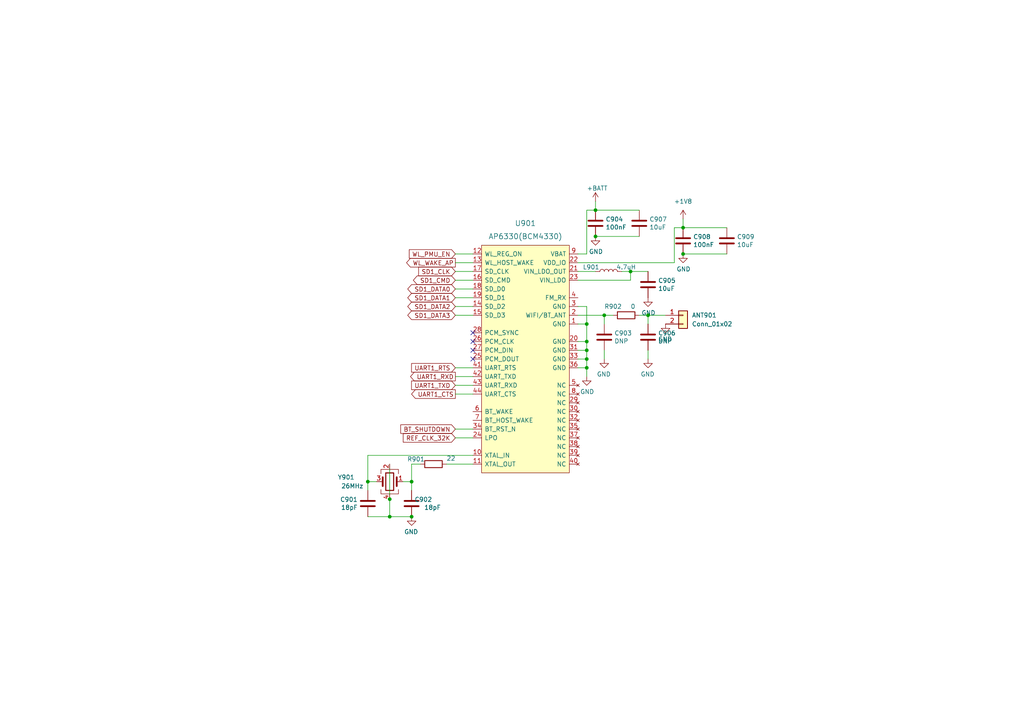
<source format=kicad_sch>
(kicad_sch (version 20230121) (generator eeschema)
  (paper "A4")
  (title_block (title "Sharket") (date "2022-09-21") (rev "0.0") (comment 2 "MERCHANTABILITY, SATISFACTORY QUALITY AND FITNESS FOR A PARTICULAR PURPOSE.") (comment 3 "This source is distributed WITHOUT ANY EXPRESS OR IMPLIED WARRANTY, INCLUDING OF") (comment 4 "This source describes Open Hardware and is licensed under the CERN-OHL-P v2."))
  (lib_symbols
    (symbol "Connector_Generic:Conn_01x02" (pin_names (offset 1.016) hide)
      (property "Reference" "J" (at 0 2.54 0))
      (property "Value" "Conn_01x02" (at 0 -5.08 0))
      (symbol "Conn_01x02_1_1"
        (rectangle (start -1.27 -2.413) (end 0 -2.667) (stroke (width 0.1524)))
        (rectangle (start -1.27 0.127) (end 0 -0.127) (stroke (width 0.1524)))
        (rectangle (start -1.27 1.27) (end 1.27 -3.81) (stroke (width 0.254)) (fill (type background)))
        (pin passive line (at -5.08 0 0) (length 3.81) (name "Pin_1") (number "1"))
        (pin passive line (at -5.08 -2.54 0) (length 3.81) (name "Pin_2") (number "2"))
      )
    )
    (symbol "Device:C" (pin_numbers hide) (pin_names (offset 0.254))
      (property "Reference" "C" (at 0.635 2.54 0))
      (property "Value" "C" (at 0.635 -2.54 0))
      (symbol "C_0_1"
        (polyline (pts (xy -2.032 -0.762) (xy 2.032 -0.762)) (stroke (width 0.508)))
        (polyline (pts (xy -2.032 0.762) (xy 2.032 0.762)) (stroke (width 0.508)))
      )
      (symbol "C_1_1"
        (pin passive line (at 0 3.81 270) (length 2.794) (name "~") (number "1"))
        (pin passive line (at 0 -3.81 90) (length 2.794) (name "~") (number "2"))
      )
    )
    (symbol "Device:Crystal_GND24" (pin_names (offset 1.016) hide)
      (property "Reference" "Y" (at 3.175 5.08 0))
      (property "Value" "Crystal_GND24" (at 3.175 3.175 0))
      (symbol "Crystal_GND24_0_1"
        (rectangle (start -1.143 2.54) (end 1.143 -2.54) (stroke (width 0.3048)))
        (polyline (pts (xy -2.54 0) (xy -2.032 0)))
        (polyline (pts (xy -2.032 -1.27) (xy -2.032 1.27)) (stroke (width 0.508)))
        (polyline (pts (xy 0 -3.81) (xy 0 -3.556)))
        (polyline (pts (xy 0 3.556) (xy 0 3.81)))
        (polyline (pts (xy 2.032 -1.27) (xy 2.032 1.27)) (stroke (width 0.508)))
        (polyline (pts (xy 2.032 0) (xy 2.54 0)))
        (polyline (pts (xy -2.54 -2.286) (xy -2.54 -3.556) (xy 2.54 -3.556) (xy 2.54 -2.286)))
        (polyline (pts (xy -2.54 2.286) (xy -2.54 3.556) (xy 2.54 3.556) (xy 2.54 2.286)))
      )
      (symbol "Crystal_GND24_1_1"
        (pin passive line (at -3.81 0 0) (length 1.27) (name "1") (number "1"))
        (pin passive line (at 0 5.08 270) (length 1.27) (name "2") (number "2"))
        (pin passive line (at 3.81 0 180) (length 1.27) (name "3") (number "3"))
        (pin passive line (at 0 -5.08 90) (length 1.27) (name "4") (number "4"))
      )
    )
    (symbol "Device:L" (pin_numbers hide) (pin_names (offset 1.016) hide)
      (property "Reference" "L" (at -1.27 0 90))
      (property "Value" "L" (at 1.905 0 90))
      (symbol "L_0_1"
        (arc (start 0 -2.54) (mid 0.6323 -1.905) (end 0 -1.27))
        (arc (start 0 -1.27) (mid 0.6323 -0.635) (end 0 0))
        (arc (start 0 0) (mid 0.6323 0.635) (end 0 1.27))
        (arc (start 0 1.27) (mid 0.6323 1.905) (end 0 2.54))
      )
      (symbol "L_1_1"
        (pin passive line (at 0 3.81 270) (length 1.27) (name "1") (number "1"))
        (pin passive line (at 0 -3.81 90) (length 1.27) (name "2") (number "2"))
      )
    )
    (symbol "Device:R" (pin_numbers hide) (pin_names (offset 0))
      (property "Reference" "R" (at 2.032 0 90))
      (property "Value" "R" (at 0 0 90))
      (symbol "R_0_1"
        (rectangle (start -1.016 -2.54) (end 1.016 2.54) (stroke (width 0.254)))
      )
      (symbol "R_1_1"
        (pin passive line (at 0 3.81 270) (length 1.27) (name "~") (number "1"))
        (pin passive line (at 0 -3.81 90) (length 1.27) (name "~") (number "2"))
      )
    )
    (symbol "power:+1V8" (power) (pin_names (offset 0))
      (property "Value" "+1V8" (at 0 3.556 0))
      (symbol "+1V8_0_1"
        (polyline (pts (xy -0.762 1.27) (xy 0 2.54)))
        (polyline (pts (xy 0 0) (xy 0 2.54)))
        (polyline (pts (xy 0 2.54) (xy 0.762 1.27)))
      )
      (symbol "+1V8_1_1"
        (pin power_in line (at 0 0 90) (length 0) hide (name "+1V8") (number "1"))
      )
    )
    (symbol "power:+BATT" (power) (pin_names (offset 0))
      (property "Value" "+BATT" (at 0 3.556 0))
      (symbol "+BATT_0_1"
        (polyline (pts (xy -0.762 1.27) (xy 0 2.54)))
        (polyline (pts (xy 0 0) (xy 0 2.54)))
        (polyline (pts (xy 0 2.54) (xy 0.762 1.27)))
      )
      (symbol "+BATT_1_1"
        (pin power_in line (at 0 0 90) (length 0) hide (name "+BATT") (number "1"))
      )
    )
    (symbol "power:GND" (power) (pin_names (offset 0))
      (property "Value" "GND" (at 0 -3.81 0))
      (symbol "GND_0_1"
        (polyline (pts (xy 0 0) (xy 0 -1.27) (xy 1.27 -1.27) (xy 0 -2.54) (xy -1.27 -1.27) (xy 0 -1.27)))
      )
      (symbol "GND_1_1"
        (pin power_in line (at 0 0 270) (length 0) hide (name "GND") (number "1"))
      )
    )
    (symbol "symbols:AP6330(BCM4330)" (pin_names (offset 0.889))
      (property "Reference" "U" (at -10.16 34.925 0))
      (property "Value" "AP6330(BCM4330)" (at 0 -34.925 0))
      (symbol "AP6330(BCM4330)_0_1"
        (rectangle (start 12.7 33.02) (end -12.7 -33.02) (fill (type background)))
      )
      (symbol "AP6330(BCM4330)_1_1"
        (pin power_in line (at 15.24 10.16 180) (length 2.4892) (name "GND") (number "1"))
        (pin input line (at -15.24 -27.94 0) (length 2.4892) (name "XTAL_IN") (number "10"))
        (pin output line (at -15.24 -30.48 0) (length 2.4892) (name "XTAL_OUT") (number "11"))
        (pin input line (at -15.24 30.48 0) (length 2.4892) (name "WL_REG_ON") (number "12"))
        (pin output line (at -15.24 27.94 0) (length 2.4892) (name "WL_HOST_WAKE") (number "13"))
        (pin bidirectional line (at -15.24 15.24 0) (length 2.4892) (name "SD_D2") (number "14"))
        (pin bidirectional line (at -15.24 12.7 0) (length 2.4892) (name "SD_D3") (number "15"))
        (pin bidirectional line (at -15.24 22.86 0) (length 2.4892) (name "SD_CMD") (number "16"))
        (pin input line (at -15.24 25.4 0) (length 2.4892) (name "SD_CLK") (number "17"))
        (pin bidirectional line (at -15.24 20.32 0) (length 2.4892) (name "SD_D0") (number "18"))
        (pin bidirectional line (at -15.24 17.78 0) (length 2.4892) (name "SD_D1") (number "19"))
        (pin bidirectional line (at 15.24 12.7 180) (length 2.4892) (name "WIFI/BT_ANT") (number "2"))
        (pin power_in line (at 15.24 5.08 180) (length 2.4892) (name "GND") (number "20"))
        (pin power_out line (at 15.24 25.4 180) (length 2.4892) (name "VIN_LDO_OUT") (number "21"))
        (pin power_in line (at 15.24 27.94 180) (length 2.4892) (name "VDD_IO") (number "22"))
        (pin power_in line (at 15.24 22.86 180) (length 2.4892) (name "VIN_LDO") (number "23"))
        (pin bidirectional line (at -15.24 -22.86 0) (length 2.4892) (name "LPO") (number "24"))
        (pin output line (at -15.24 0 0) (length 2.4892) (name "PCM_DOUT") (number "25"))
        (pin input line (at -15.24 5.08 0) (length 2.4892) (name "PCM_CLK") (number "26"))
        (pin input line (at -15.24 2.54 0) (length 2.4892) (name "PCM_DIN") (number "27"))
        (pin input line (at -15.24 7.62 0) (length 2.4892) (name "PCM_SYNC") (number "28"))
        (pin no_connect line (at 15.24 -12.7 180) (length 2.4892) (name "NC") (number "29"))
        (pin power_in line (at 15.24 15.24 180) (length 2.4892) (name "GND") (number "3"))
        (pin no_connect line (at 15.24 -15.24 180) (length 2.4892) (name "NC") (number "30"))
        (pin power_in line (at 15.24 2.54 180) (length 2.4892) (name "GND") (number "31"))
        (pin no_connect line (at 15.24 -17.78 180) (length 2.4892) (name "NC") (number "32"))
        (pin power_in line (at 15.24 0 180) (length 2.4892) (name "GND") (number "33"))
        (pin input line (at -15.24 -20.32 0) (length 2.4892) (name "BT_RST_N") (number "34"))
        (pin no_connect line (at 15.24 -20.32 180) (length 2.4892) (name "NC") (number "35"))
        (pin power_in line (at 15.24 -2.54 180) (length 2.4892) (name "GND") (number "36"))
        (pin no_connect line (at 15.24 -22.86 180) (length 2.4892) (name "NC") (number "37"))
        (pin no_connect line (at 15.24 -25.4 180) (length 2.4892) (name "NC") (number "38"))
        (pin no_connect line (at 15.24 -27.94 180) (length 2.4892) (name "NC") (number "39"))
        (pin input line (at 15.24 17.78 180) (length 2.4892) (name "FM_RX") (number "4"))
        (pin no_connect line (at 15.24 -30.48 180) (length 2.4892) (name "NC") (number "40"))
        (pin output line (at -15.24 -2.54 0) (length 2.4892) (name "UART_RTS") (number "41"))
        (pin output line (at -15.24 -5.08 0) (length 2.4892) (name "UART_TXD") (number "42"))
        (pin input line (at -15.24 -7.62 0) (length 2.4892) (name "UART_RXD") (number "43"))
        (pin input line (at -15.24 -10.16 0) (length 2.4892) (name "UART_CTS") (number "44"))
        (pin no_connect line (at 15.24 -7.62 180) (length 2.4892) (name "NC") (number "5"))
        (pin input line (at -15.24 -15.24 0) (length 2.4892) (name "BT_WAKE") (number "6"))
        (pin output line (at -15.24 -17.78 0) (length 2.4892) (name "BT_HOST_WAKE") (number "7"))
        (pin no_connect line (at 15.24 -10.16 180) (length 2.4892) (name "NC") (number "8"))
        (pin power_in line (at 15.24 30.48 180) (length 2.4892) (name "VBAT") (number "9"))
      )
    )
  )
  (junction (at 182.88 78.74))
  (junction (at 172.72 60.96))
  (junction (at 170.18 99.06))
  (junction (at 113.03 144.78) (diameter 0.9144))
  (junction (at 170.18 101.6) (diameter 0.9144))
  (junction (at 198.12 73.66))
  (junction (at 170.18 106.68) (diameter 0.9144))
  (junction (at 170.18 93.98))
  (junction (at 113.03 149.86) (diameter 0.9144))
  (junction (at 170.18 104.14) (diameter 0.9144))
  (junction (at 119.38 139.7) (diameter 0.9144))
  (junction (at 119.38 149.86) (diameter 0.9144))
  (junction (at 175.26 91.44) (diameter 0.9144))
  (junction (at 187.96 91.44))
  (junction (at 106.68 139.7))
  (junction (at 198.12 66.04))
  (junction (at 172.72 68.58))
  (no_connect (at 137.16 99.06))
  (no_connect (at 137.16 104.14))
  (no_connect (at 137.16 96.52))
  (no_connect (at 137.16 101.6))
  (wire (pts (xy 185.42 91.44) (xy 187.96 91.44)))
  (wire (pts (xy 182.88 78.74) (xy 187.96 78.74)))
  (wire (pts (xy 170.18 88.9) (xy 170.18 93.98)))
  (wire (pts (xy 106.68 132.08) (xy 106.68 139.7)))
  (wire (pts (xy 106.68 149.86) (xy 113.03 149.86)))
  (wire (pts (xy 167.64 93.98) (xy 170.18 93.98)))
  (wire (pts (xy 119.38 134.62) (xy 121.92 134.62)))
  (wire (pts (xy 185.42 68.58) (xy 172.72 68.58)))
  (wire (pts (xy 106.68 139.7) (xy 109.22 139.7)))
  (wire (pts (xy 167.64 78.74) (xy 172.72 78.74)))
  (wire (pts (xy 132.08 73.66) (xy 137.16 73.66)))
  (wire (pts (xy 195.58 66.04) (xy 198.12 66.04)))
  (wire (pts (xy 170.18 101.6) (xy 170.18 104.14)))
  (wire (pts (xy 172.72 60.96) (xy 185.42 60.96)))
  (wire (pts (xy 170.18 106.68) (xy 170.18 109.22)))
  (wire (pts (xy 132.08 109.22) (xy 137.16 109.22)))
  (wire (pts (xy 167.64 104.14) (xy 170.18 104.14)))
  (wire (pts (xy 132.08 91.44) (xy 137.16 91.44)))
  (wire (pts (xy 195.58 76.2) (xy 195.58 66.04)))
  (wire (pts (xy 175.26 93.98) (xy 175.26 91.44)))
  (wire (pts (xy 167.64 99.06) (xy 170.18 99.06)))
  (wire (pts (xy 113.03 144.78) (xy 113.03 149.86)))
  (wire (pts (xy 172.72 58.42) (xy 172.72 60.96)))
  (wire (pts (xy 132.08 76.2) (xy 137.16 76.2)))
  (wire (pts (xy 132.08 81.28) (xy 137.16 81.28)))
  (wire (pts (xy 170.18 99.06) (xy 170.18 101.6)))
  (wire (pts (xy 132.08 86.36) (xy 137.16 86.36)))
  (wire (pts (xy 198.12 63.5) (xy 198.12 66.04)))
  (wire (pts (xy 106.68 132.08) (xy 137.16 132.08)))
  (wire (pts (xy 170.18 60.96) (xy 172.72 60.96)))
  (wire (pts (xy 182.88 78.74) (xy 182.88 81.28)))
  (wire (pts (xy 132.08 111.76) (xy 137.16 111.76)))
  (wire (pts (xy 210.82 73.66) (xy 198.12 73.66)))
  (wire (pts (xy 113.03 149.86) (xy 119.38 149.86)))
  (wire (pts (xy 170.18 60.96) (xy 170.18 73.66)))
  (wire (pts (xy 167.64 73.66) (xy 170.18 73.66)))
  (wire (pts (xy 193.04 91.44) (xy 187.96 91.44)))
  (wire (pts (xy 167.64 88.9) (xy 170.18 88.9)))
  (wire (pts (xy 167.64 106.68) (xy 170.18 106.68)))
  (wire (pts (xy 170.18 104.14) (xy 170.18 106.68)))
  (wire (pts (xy 167.64 101.6) (xy 170.18 101.6)))
  (wire (pts (xy 116.84 139.7) (xy 119.38 139.7)))
  (wire (pts (xy 132.08 127) (xy 137.16 127)))
  (wire (pts (xy 167.64 91.44) (xy 175.26 91.44)))
  (wire (pts (xy 119.38 139.7) (xy 119.38 134.62)))
  (wire (pts (xy 198.12 66.04) (xy 210.82 66.04)))
  (wire (pts (xy 132.08 83.82) (xy 137.16 83.82)))
  (wire (pts (xy 180.34 78.74) (xy 182.88 78.74)))
  (wire (pts (xy 129.54 134.62) (xy 137.16 134.62)))
  (wire (pts (xy 175.26 91.44) (xy 177.8 91.44)))
  (wire (pts (xy 106.68 142.24) (xy 106.68 139.7)))
  (wire (pts (xy 113.03 134.62) (xy 113.03 144.78)))
  (wire (pts (xy 175.26 101.6) (xy 175.26 104.14)))
  (wire (pts (xy 119.38 142.24) (xy 119.38 139.7)))
  (wire (pts (xy 132.08 78.74) (xy 137.16 78.74)))
  (wire (pts (xy 170.18 93.98) (xy 170.18 99.06)))
  (wire (pts (xy 187.96 93.98) (xy 187.96 91.44)))
  (wire (pts (xy 132.08 106.68) (xy 137.16 106.68)))
  (wire (pts (xy 167.64 76.2) (xy 195.58 76.2)))
  (wire (pts (xy 132.08 124.46) (xy 137.16 124.46)))
  (wire (pts (xy 132.08 114.3) (xy 137.16 114.3)))
  (wire (pts (xy 132.08 88.9) (xy 137.16 88.9)))
  (wire (pts (xy 182.88 81.28) (xy 167.64 81.28)))
  (wire (pts (xy 187.96 101.6) (xy 187.96 104.14)))
  (global_label "UART1_RTS" (shape input) (at 132.08 106.68 180) (property "Intersheetrefs" "${INTERSHEET_REFS}" (effects hide)))
  (global_label "UART1_RXD" (shape output) (at 132.08 109.22 180) (property "Intersheetrefs" "${INTERSHEET_REFS}" (effects hide)))
  (global_label "SD1_DATA0" (shape bidirectional) (at 132.08 83.82 180) (property "Intersheetrefs" "${INTERSHEET_REFS}" (effects hide)))
  (global_label "SD1_DATA2" (shape bidirectional) (at 132.08 88.9 180) (property "Intersheetrefs" "${INTERSHEET_REFS}" (effects hide)))
  (global_label "SD1_CLK" (shape input) (at 132.08 78.74 180) (property "Intersheetrefs" "${INTERSHEET_REFS}" (effects hide)))
  (global_label "UART1_TXD" (shape input) (at 132.08 111.76 180) (property "Intersheetrefs" "${INTERSHEET_REFS}" (effects hide)))
  (global_label "WL_PMU_EN" (shape input) (at 132.08 73.66 180) (property "Intersheetrefs" "${INTERSHEET_REFS}" (effects hide)))
  (global_label "SD1_CMD" (shape bidirectional) (at 132.08 81.28 180) (property "Intersheetrefs" "${INTERSHEET_REFS}" (effects hide)))
  (global_label "REF_CLK_32K" (shape input) (at 132.08 127 180) (property "Intersheetrefs" "${INTERSHEET_REFS}" (effects hide)))
  (global_label "WL_WAKE_AP" (shape output) (at 132.08 76.2 180) (property "Intersheetrefs" "${INTERSHEET_REFS}" (effects hide)))
  (global_label "BT_SHUTDOWN" (shape input) (at 132.08 124.46 180) (property "Intersheetrefs" "${INTERSHEET_REFS}" (effects hide)))
  (global_label "SD1_DATA3" (shape bidirectional) (at 132.08 91.44 180) (property "Intersheetrefs" "${INTERSHEET_REFS}" (effects hide)))
  (global_label "UART1_CTS" (shape output) (at 132.08 114.3 180) (property "Intersheetrefs" "${INTERSHEET_REFS}" (effects hide)))
  (global_label "SD1_DATA1" (shape bidirectional) (at 132.08 86.36 180) (property "Intersheetrefs" "${INTERSHEET_REFS}" (effects hide)))
  (symbol (lib_id "Device:C") (at 198.12 69.85 0) (unit 1)
    (property "Reference" "C908" (at 201.041 68.6816 0) (effects (justify left)))
    (property "Value" "100nF" (at 201.041 70.993 0) (effects (justify left)))
    (property "Footprint" "Capacitor_SMD:C_0201_0603Metric" (effects hide))
  )
  (symbol (lib_id "power:GND") (at 172.72 68.58 0) (unit 1)
    (property "Reference" "#PWR0905" (effects hide))
    (property "Value" "GND" (at 172.847 72.9742 0))
  )
  (symbol (lib_id "Device:Crystal_GND24") (at 113.03 139.7 0) (mirror y) (unit 1)
    (property "Reference" "Y901" (at 102.87 138.43 0) (effects (justify left)))
    (property "Value" "26MHz" (at 105.41 140.97 0) (effects (justify left)))
    (property "Footprint" "Oscillator:Oscillator_SMD_Abracon_ASE-4Pin_3.2x2.5mm" (effects hide))
  )
  (symbol (lib_id "Connector_Generic:Conn_01x02") (at 198.12 91.44 0) (unit 1)
    (property "Reference" "ANT901" (at 200.66 91.4399 0) (effects (justify left)))
    (property "Value" "Conn_01x02" (at 200.66 93.9799 0) (effects (justify left)))
    (property "Footprint" "RF_Antenna:Texas_SWRA117D_2.4GHz_Right" (effects hide))
  )
  (symbol (lib_id "Device:C") (at 210.82 69.85 0) (unit 1)
    (property "Reference" "C909" (at 213.741 68.6816 0) (effects (justify left)))
    (property "Value" "10uF" (at 213.741 70.993 0) (effects (justify left)))
    (property "Footprint" "Capacitor_SMD:C_0603_1608Metric" (effects hide))
  )
  (symbol (lib_id "Device:L") (at 176.53 78.74 90) (unit 1)
    (property "Reference" "L901" (at 171.45 77.47 90))
    (property "Value" "4.7uH" (at 181.61 77.47 90))
    (property "Footprint" "Inductor_SMD:L_1210_3225Metric" (effects hide))
  )
  (symbol (lib_id "power:GND") (at 175.26 104.14 0) (mirror y) (unit 1)
    (property "Reference" "#PWR0904" (effects hide))
    (property "Value" "GND" (at 175.133 108.5342 0))
  )
  (symbol (lib_id "power:GND") (at 187.96 86.36 0) (unit 1)
    (property "Reference" "#PWR0906" (effects hide))
    (property "Value" "GND" (at 188.087 90.7542 0))
  )
  (symbol (lib_id "Device:C") (at 119.38 146.05 0) (mirror y) (unit 1)
    (property "Reference" "C902" (at 125.349 144.8816 0) (effects (justify left)))
    (property "Value" "18pF" (at 127.889 147.193 0) (effects (justify left)))
    (property "Footprint" "Capacitor_SMD:C_0402_1005Metric" (effects hide))
  )
  (symbol (lib_id "power:+BATT") (at 172.72 58.42 0) (unit 1)
    (property "Reference" "#PWR0148" (effects hide))
    (property "Value" "+BATT" (at 170.18 54.61 0) (effects (justify left)))
  )
  (symbol (lib_id "Device:C") (at 175.26 97.79 180) (unit 1)
    (property "Reference" "C903" (at 178.181 96.6216 0) (effects (justify right)))
    (property "Value" "DNP" (at 178.181 98.933 0) (effects (justify right)))
    (property "Footprint" "Capacitor_SMD:C_0402_1005Metric" (effects hide))
  )
  (symbol (lib_id "power:GND") (at 187.96 104.14 0) (mirror y) (unit 1)
    (property "Reference" "#PWR0907" (effects hide))
    (property "Value" "GND" (at 187.833 108.5342 0))
  )
  (symbol (lib_id "power:GND") (at 198.12 73.66 0) (unit 1)
    (property "Reference" "#PWR0149" (effects hide))
    (property "Value" "GND" (at 198.247 78.0542 0))
  )
  (symbol (lib_id "Device:C") (at 187.96 97.79 180) (unit 1)
    (property "Reference" "C906" (at 190.881 96.6216 0) (effects (justify right)))
    (property "Value" "DNP" (at 190.881 98.933 0) (effects (justify right)))
    (property "Footprint" "Capacitor_SMD:C_0402_1005Metric" (effects hide))
  )
  (symbol (lib_id "Device:R") (at 125.73 134.62 90) (mirror x) (unit 1)
    (property "Reference" "R901" (at 120.65 133.1722 90))
    (property "Value" "22" (at 130.81 132.9436 90))
    (property "Footprint" "Resistor_SMD:R_0402_1005Metric" (effects hide))
  )
  (symbol (lib_id "Device:C") (at 187.96 82.55 0) (unit 1)
    (property "Reference" "C905" (at 190.881 81.3816 0) (effects (justify left)))
    (property "Value" "10uF" (at 190.881 83.693 0) (effects (justify left)))
    (property "Footprint" "Capacitor_SMD:C_0603_1608Metric" (effects hide))
  )
  (symbol (lib_id "symbols:AP6330(BCM4330)") (at 152.4 104.14 0) (unit 1)
    (property "Reference" "U901" (at 152.4 64.77 0) (effects (font (size 1.524 1.524))))
    (property "Value" "AP6330(BCM4330)" (at 152.4 68.58 0) (effects (font (size 1.524 1.524))))
    (property "Footprint" "footprint:RL-SM02BD(RTL8723BS)" (effects hide))
  )
  (symbol (lib_id "Device:C") (at 185.42 64.77 0) (unit 1)
    (property "Reference" "C907" (at 188.341 63.6016 0) (effects (justify left)))
    (property "Value" "10uF" (at 188.341 65.913 0) (effects (justify left)))
    (property "Footprint" "Capacitor_SMD:C_0603_1608Metric" (effects hide))
  )
  (symbol (lib_id "power:+1V8") (at 198.12 63.5 0) (unit 1)
    (property "Reference" "#PWR0152" (effects hide))
    (property "Value" "+1V8" (at 198.12 58.42 0))
  )
  (symbol (lib_id "power:GND") (at 119.38 149.86 0) (mirror y) (unit 1)
    (property "Reference" "#PWR0901" (effects hide))
    (property "Value" "GND" (at 119.253 154.2542 0))
  )
  (symbol (lib_id "Device:C") (at 106.68 146.05 0) (mirror y) (unit 1)
    (property "Reference" "C901" (at 103.759 144.8816 0) (effects (justify left)))
    (property "Value" "18pF" (at 103.759 147.193 0) (effects (justify left)))
    (property "Footprint" "Capacitor_SMD:C_0402_1005Metric" (effects hide))
  )
  (symbol (lib_id "Device:C") (at 172.72 64.77 0) (unit 1)
    (property "Reference" "C904" (at 175.641 63.6016 0) (effects (justify left)))
    (property "Value" "100nF" (at 175.641 65.913 0) (effects (justify left)))
    (property "Footprint" "Capacitor_SMD:C_0201_0603Metric" (effects hide))
  )
  (symbol (lib_id "Device:R") (at 181.61 91.44 270) (unit 1)
    (property "Reference" "R902" (at 175.26 88.9 90) (effects (justify left)))
    (property "Value" "0" (at 182.88 88.9 90) (effects (justify left)))
    (property "Footprint" "Resistor_SMD:R_0402_1005Metric" (effects hide))
  )
  (symbol (lib_id "power:GND") (at 170.18 109.22 0) (unit 1)
    (property "Reference" "#PWR0902" (effects hide))
    (property "Value" "GND" (at 170.307 113.6142 0))
  )
  (symbol (lib_id "power:GND") (at 193.04 93.98 0) (mirror y) (unit 1)
    (property "Reference" "#PWR0156" (effects hide))
    (property "Value" "GND" (at 192.913 98.3742 0))
  )
)
</source>
